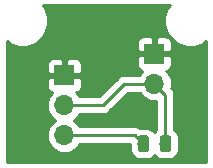
<source format=gbr>
G04 #@! TF.GenerationSoftware,KiCad,Pcbnew,(5.1.4)-1*
G04 #@! TF.CreationDate,2019-11-11T16:34:49-05:00*
G04 #@! TF.ProjectId,photodiode,70686f74-6f64-4696-9f64-652e6b696361,rev?*
G04 #@! TF.SameCoordinates,Original*
G04 #@! TF.FileFunction,Copper,L1,Top*
G04 #@! TF.FilePolarity,Positive*
%FSLAX46Y46*%
G04 Gerber Fmt 4.6, Leading zero omitted, Abs format (unit mm)*
G04 Created by KiCad (PCBNEW (5.1.4)-1) date 2019-11-11 16:34:49*
%MOMM*%
%LPD*%
G04 APERTURE LIST*
%ADD10R,1.700000X1.700000*%
%ADD11O,1.700000X1.700000*%
%ADD12C,0.100000*%
%ADD13C,0.975000*%
%ADD14C,0.800000*%
%ADD15C,0.250000*%
%ADD16C,0.254000*%
G04 APERTURE END LIST*
D10*
X111760000Y-69850000D03*
D11*
X111760000Y-72390000D03*
D10*
X104140000Y-71675001D03*
D11*
X104140000Y-74215001D03*
X104140000Y-76755001D03*
D12*
G36*
X111090142Y-76771174D02*
G01*
X111113803Y-76774684D01*
X111137007Y-76780496D01*
X111159529Y-76788554D01*
X111181153Y-76798782D01*
X111201670Y-76811079D01*
X111220883Y-76825329D01*
X111238607Y-76841393D01*
X111254671Y-76859117D01*
X111268921Y-76878330D01*
X111281218Y-76898847D01*
X111291446Y-76920471D01*
X111299504Y-76942993D01*
X111305316Y-76966197D01*
X111308826Y-76989858D01*
X111310000Y-77013750D01*
X111310000Y-77926250D01*
X111308826Y-77950142D01*
X111305316Y-77973803D01*
X111299504Y-77997007D01*
X111291446Y-78019529D01*
X111281218Y-78041153D01*
X111268921Y-78061670D01*
X111254671Y-78080883D01*
X111238607Y-78098607D01*
X111220883Y-78114671D01*
X111201670Y-78128921D01*
X111181153Y-78141218D01*
X111159529Y-78151446D01*
X111137007Y-78159504D01*
X111113803Y-78165316D01*
X111090142Y-78168826D01*
X111066250Y-78170000D01*
X110578750Y-78170000D01*
X110554858Y-78168826D01*
X110531197Y-78165316D01*
X110507993Y-78159504D01*
X110485471Y-78151446D01*
X110463847Y-78141218D01*
X110443330Y-78128921D01*
X110424117Y-78114671D01*
X110406393Y-78098607D01*
X110390329Y-78080883D01*
X110376079Y-78061670D01*
X110363782Y-78041153D01*
X110353554Y-78019529D01*
X110345496Y-77997007D01*
X110339684Y-77973803D01*
X110336174Y-77950142D01*
X110335000Y-77926250D01*
X110335000Y-77013750D01*
X110336174Y-76989858D01*
X110339684Y-76966197D01*
X110345496Y-76942993D01*
X110353554Y-76920471D01*
X110363782Y-76898847D01*
X110376079Y-76878330D01*
X110390329Y-76859117D01*
X110406393Y-76841393D01*
X110424117Y-76825329D01*
X110443330Y-76811079D01*
X110463847Y-76798782D01*
X110485471Y-76788554D01*
X110507993Y-76780496D01*
X110531197Y-76774684D01*
X110554858Y-76771174D01*
X110578750Y-76770000D01*
X111066250Y-76770000D01*
X111090142Y-76771174D01*
X111090142Y-76771174D01*
G37*
D13*
X110822500Y-77470000D03*
D12*
G36*
X112965142Y-76771174D02*
G01*
X112988803Y-76774684D01*
X113012007Y-76780496D01*
X113034529Y-76788554D01*
X113056153Y-76798782D01*
X113076670Y-76811079D01*
X113095883Y-76825329D01*
X113113607Y-76841393D01*
X113129671Y-76859117D01*
X113143921Y-76878330D01*
X113156218Y-76898847D01*
X113166446Y-76920471D01*
X113174504Y-76942993D01*
X113180316Y-76966197D01*
X113183826Y-76989858D01*
X113185000Y-77013750D01*
X113185000Y-77926250D01*
X113183826Y-77950142D01*
X113180316Y-77973803D01*
X113174504Y-77997007D01*
X113166446Y-78019529D01*
X113156218Y-78041153D01*
X113143921Y-78061670D01*
X113129671Y-78080883D01*
X113113607Y-78098607D01*
X113095883Y-78114671D01*
X113076670Y-78128921D01*
X113056153Y-78141218D01*
X113034529Y-78151446D01*
X113012007Y-78159504D01*
X112988803Y-78165316D01*
X112965142Y-78168826D01*
X112941250Y-78170000D01*
X112453750Y-78170000D01*
X112429858Y-78168826D01*
X112406197Y-78165316D01*
X112382993Y-78159504D01*
X112360471Y-78151446D01*
X112338847Y-78141218D01*
X112318330Y-78128921D01*
X112299117Y-78114671D01*
X112281393Y-78098607D01*
X112265329Y-78080883D01*
X112251079Y-78061670D01*
X112238782Y-78041153D01*
X112228554Y-78019529D01*
X112220496Y-77997007D01*
X112214684Y-77973803D01*
X112211174Y-77950142D01*
X112210000Y-77926250D01*
X112210000Y-77013750D01*
X112211174Y-76989858D01*
X112214684Y-76966197D01*
X112220496Y-76942993D01*
X112228554Y-76920471D01*
X112238782Y-76898847D01*
X112251079Y-76878330D01*
X112265329Y-76859117D01*
X112281393Y-76841393D01*
X112299117Y-76825329D01*
X112318330Y-76811079D01*
X112338847Y-76798782D01*
X112360471Y-76788554D01*
X112382993Y-76780496D01*
X112406197Y-76774684D01*
X112429858Y-76771174D01*
X112453750Y-76770000D01*
X112941250Y-76770000D01*
X112965142Y-76771174D01*
X112965142Y-76771174D01*
G37*
D13*
X112697500Y-77470000D03*
D14*
X109220000Y-74930000D03*
D15*
X104140000Y-70575001D02*
X104140000Y-71675001D01*
X104865001Y-69850000D02*
X104140000Y-70575001D01*
X111760000Y-69850000D02*
X104865001Y-69850000D01*
X112697500Y-73327500D02*
X111760000Y-72390000D01*
X112697500Y-77470000D02*
X112697500Y-73327500D01*
X107394999Y-74215001D02*
X104140000Y-74215001D01*
X111760000Y-72390000D02*
X109220000Y-72390000D01*
X109220000Y-72390000D02*
X107394999Y-74215001D01*
X110107501Y-76755001D02*
X110822500Y-77470000D01*
X104140000Y-76755001D02*
X110107501Y-76755001D01*
D16*
G36*
X112854544Y-66011856D02*
G01*
X112688377Y-66413019D01*
X112603666Y-66838892D01*
X112603666Y-67273108D01*
X112688377Y-67698981D01*
X112854544Y-68100144D01*
X113095782Y-68461181D01*
X113402819Y-68768218D01*
X113763856Y-69009456D01*
X114165019Y-69175623D01*
X114590892Y-69260334D01*
X115025108Y-69260334D01*
X115450981Y-69175623D01*
X115852144Y-69009456D01*
X116145000Y-68813775D01*
X116145001Y-79061000D01*
X99247000Y-79061000D01*
X99247000Y-74215001D01*
X102647815Y-74215001D01*
X102676487Y-74506112D01*
X102761401Y-74786035D01*
X102899294Y-75044015D01*
X103084866Y-75270135D01*
X103310986Y-75455707D01*
X103365791Y-75485001D01*
X103310986Y-75514295D01*
X103084866Y-75699867D01*
X102899294Y-75925987D01*
X102761401Y-76183967D01*
X102676487Y-76463890D01*
X102647815Y-76755001D01*
X102676487Y-77046112D01*
X102761401Y-77326035D01*
X102899294Y-77584015D01*
X103084866Y-77810135D01*
X103310986Y-77995707D01*
X103568966Y-78133600D01*
X103848889Y-78218514D01*
X104067050Y-78240001D01*
X104212950Y-78240001D01*
X104431111Y-78218514D01*
X104711034Y-78133600D01*
X104969014Y-77995707D01*
X105195134Y-77810135D01*
X105380706Y-77584015D01*
X105417595Y-77515001D01*
X109696928Y-77515001D01*
X109696928Y-77926250D01*
X109713872Y-78098285D01*
X109764053Y-78263709D01*
X109845542Y-78416164D01*
X109955208Y-78549792D01*
X110088836Y-78659458D01*
X110241291Y-78740947D01*
X110406715Y-78791128D01*
X110578750Y-78808072D01*
X111066250Y-78808072D01*
X111238285Y-78791128D01*
X111403709Y-78740947D01*
X111556164Y-78659458D01*
X111689792Y-78549792D01*
X111760000Y-78464244D01*
X111830208Y-78549792D01*
X111963836Y-78659458D01*
X112116291Y-78740947D01*
X112281715Y-78791128D01*
X112453750Y-78808072D01*
X112941250Y-78808072D01*
X113113285Y-78791128D01*
X113278709Y-78740947D01*
X113431164Y-78659458D01*
X113564792Y-78549792D01*
X113674458Y-78416164D01*
X113755947Y-78263709D01*
X113806128Y-78098285D01*
X113823072Y-77926250D01*
X113823072Y-77013750D01*
X113806128Y-76841715D01*
X113755947Y-76676291D01*
X113674458Y-76523836D01*
X113564792Y-76390208D01*
X113457500Y-76302155D01*
X113457500Y-73364822D01*
X113461176Y-73327499D01*
X113457500Y-73290176D01*
X113457500Y-73290167D01*
X113446503Y-73178514D01*
X113403046Y-73035253D01*
X113332474Y-72903224D01*
X113237501Y-72787499D01*
X113208503Y-72763701D01*
X113200797Y-72755995D01*
X113223513Y-72681111D01*
X113252185Y-72390000D01*
X113223513Y-72098889D01*
X113138599Y-71818966D01*
X113000706Y-71560986D01*
X112815134Y-71334866D01*
X112785313Y-71310393D01*
X112854180Y-71289502D01*
X112964494Y-71230537D01*
X113061185Y-71151185D01*
X113140537Y-71054494D01*
X113199502Y-70944180D01*
X113235812Y-70824482D01*
X113248072Y-70700000D01*
X113245000Y-70135750D01*
X113086250Y-69977000D01*
X111887000Y-69977000D01*
X111887000Y-69997000D01*
X111633000Y-69997000D01*
X111633000Y-69977000D01*
X110433750Y-69977000D01*
X110275000Y-70135750D01*
X110271928Y-70700000D01*
X110284188Y-70824482D01*
X110320498Y-70944180D01*
X110379463Y-71054494D01*
X110458815Y-71151185D01*
X110555506Y-71230537D01*
X110665820Y-71289502D01*
X110734687Y-71310393D01*
X110704866Y-71334866D01*
X110519294Y-71560986D01*
X110482405Y-71630000D01*
X109257322Y-71630000D01*
X109219999Y-71626324D01*
X109182676Y-71630000D01*
X109182667Y-71630000D01*
X109071014Y-71640997D01*
X108927753Y-71684454D01*
X108795724Y-71755026D01*
X108679999Y-71849999D01*
X108656201Y-71878997D01*
X107080198Y-73455001D01*
X105417595Y-73455001D01*
X105380706Y-73385987D01*
X105195134Y-73159867D01*
X105165313Y-73135394D01*
X105234180Y-73114503D01*
X105344494Y-73055538D01*
X105441185Y-72976186D01*
X105520537Y-72879495D01*
X105579502Y-72769181D01*
X105615812Y-72649483D01*
X105628072Y-72525001D01*
X105625000Y-71960751D01*
X105466250Y-71802001D01*
X104267000Y-71802001D01*
X104267000Y-71822001D01*
X104013000Y-71822001D01*
X104013000Y-71802001D01*
X102813750Y-71802001D01*
X102655000Y-71960751D01*
X102651928Y-72525001D01*
X102664188Y-72649483D01*
X102700498Y-72769181D01*
X102759463Y-72879495D01*
X102838815Y-72976186D01*
X102935506Y-73055538D01*
X103045820Y-73114503D01*
X103114687Y-73135394D01*
X103084866Y-73159867D01*
X102899294Y-73385987D01*
X102761401Y-73643967D01*
X102676487Y-73923890D01*
X102647815Y-74215001D01*
X99247000Y-74215001D01*
X99247000Y-70825001D01*
X102651928Y-70825001D01*
X102655000Y-71389251D01*
X102813750Y-71548001D01*
X104013000Y-71548001D01*
X104013000Y-70348751D01*
X104267000Y-70348751D01*
X104267000Y-71548001D01*
X105466250Y-71548001D01*
X105625000Y-71389251D01*
X105628072Y-70825001D01*
X105615812Y-70700519D01*
X105579502Y-70580821D01*
X105520537Y-70470507D01*
X105441185Y-70373816D01*
X105344494Y-70294464D01*
X105234180Y-70235499D01*
X105114482Y-70199189D01*
X104990000Y-70186929D01*
X104425750Y-70190001D01*
X104267000Y-70348751D01*
X104013000Y-70348751D01*
X103854250Y-70190001D01*
X103290000Y-70186929D01*
X103165518Y-70199189D01*
X103045820Y-70235499D01*
X102935506Y-70294464D01*
X102838815Y-70373816D01*
X102759463Y-70470507D01*
X102700498Y-70580821D01*
X102664188Y-70700519D01*
X102651928Y-70825001D01*
X99247000Y-70825001D01*
X99247000Y-68813775D01*
X99539856Y-69009456D01*
X99941019Y-69175623D01*
X100366892Y-69260334D01*
X100801108Y-69260334D01*
X101226981Y-69175623D01*
X101628144Y-69009456D01*
X101642295Y-69000000D01*
X110271928Y-69000000D01*
X110275000Y-69564250D01*
X110433750Y-69723000D01*
X111633000Y-69723000D01*
X111633000Y-68523750D01*
X111887000Y-68523750D01*
X111887000Y-69723000D01*
X113086250Y-69723000D01*
X113245000Y-69564250D01*
X113248072Y-69000000D01*
X113235812Y-68875518D01*
X113199502Y-68755820D01*
X113140537Y-68645506D01*
X113061185Y-68548815D01*
X112964494Y-68469463D01*
X112854180Y-68410498D01*
X112734482Y-68374188D01*
X112610000Y-68361928D01*
X112045750Y-68365000D01*
X111887000Y-68523750D01*
X111633000Y-68523750D01*
X111474250Y-68365000D01*
X110910000Y-68361928D01*
X110785518Y-68374188D01*
X110665820Y-68410498D01*
X110555506Y-68469463D01*
X110458815Y-68548815D01*
X110379463Y-68645506D01*
X110320498Y-68755820D01*
X110284188Y-68875518D01*
X110271928Y-69000000D01*
X101642295Y-69000000D01*
X101989181Y-68768218D01*
X102296218Y-68461181D01*
X102537456Y-68100144D01*
X102703623Y-67698981D01*
X102788334Y-67273108D01*
X102788334Y-66838892D01*
X102703623Y-66413019D01*
X102537456Y-66011856D01*
X102341775Y-65719000D01*
X113050225Y-65719000D01*
X112854544Y-66011856D01*
X112854544Y-66011856D01*
G37*
X112854544Y-66011856D02*
X112688377Y-66413019D01*
X112603666Y-66838892D01*
X112603666Y-67273108D01*
X112688377Y-67698981D01*
X112854544Y-68100144D01*
X113095782Y-68461181D01*
X113402819Y-68768218D01*
X113763856Y-69009456D01*
X114165019Y-69175623D01*
X114590892Y-69260334D01*
X115025108Y-69260334D01*
X115450981Y-69175623D01*
X115852144Y-69009456D01*
X116145000Y-68813775D01*
X116145001Y-79061000D01*
X99247000Y-79061000D01*
X99247000Y-74215001D01*
X102647815Y-74215001D01*
X102676487Y-74506112D01*
X102761401Y-74786035D01*
X102899294Y-75044015D01*
X103084866Y-75270135D01*
X103310986Y-75455707D01*
X103365791Y-75485001D01*
X103310986Y-75514295D01*
X103084866Y-75699867D01*
X102899294Y-75925987D01*
X102761401Y-76183967D01*
X102676487Y-76463890D01*
X102647815Y-76755001D01*
X102676487Y-77046112D01*
X102761401Y-77326035D01*
X102899294Y-77584015D01*
X103084866Y-77810135D01*
X103310986Y-77995707D01*
X103568966Y-78133600D01*
X103848889Y-78218514D01*
X104067050Y-78240001D01*
X104212950Y-78240001D01*
X104431111Y-78218514D01*
X104711034Y-78133600D01*
X104969014Y-77995707D01*
X105195134Y-77810135D01*
X105380706Y-77584015D01*
X105417595Y-77515001D01*
X109696928Y-77515001D01*
X109696928Y-77926250D01*
X109713872Y-78098285D01*
X109764053Y-78263709D01*
X109845542Y-78416164D01*
X109955208Y-78549792D01*
X110088836Y-78659458D01*
X110241291Y-78740947D01*
X110406715Y-78791128D01*
X110578750Y-78808072D01*
X111066250Y-78808072D01*
X111238285Y-78791128D01*
X111403709Y-78740947D01*
X111556164Y-78659458D01*
X111689792Y-78549792D01*
X111760000Y-78464244D01*
X111830208Y-78549792D01*
X111963836Y-78659458D01*
X112116291Y-78740947D01*
X112281715Y-78791128D01*
X112453750Y-78808072D01*
X112941250Y-78808072D01*
X113113285Y-78791128D01*
X113278709Y-78740947D01*
X113431164Y-78659458D01*
X113564792Y-78549792D01*
X113674458Y-78416164D01*
X113755947Y-78263709D01*
X113806128Y-78098285D01*
X113823072Y-77926250D01*
X113823072Y-77013750D01*
X113806128Y-76841715D01*
X113755947Y-76676291D01*
X113674458Y-76523836D01*
X113564792Y-76390208D01*
X113457500Y-76302155D01*
X113457500Y-73364822D01*
X113461176Y-73327499D01*
X113457500Y-73290176D01*
X113457500Y-73290167D01*
X113446503Y-73178514D01*
X113403046Y-73035253D01*
X113332474Y-72903224D01*
X113237501Y-72787499D01*
X113208503Y-72763701D01*
X113200797Y-72755995D01*
X113223513Y-72681111D01*
X113252185Y-72390000D01*
X113223513Y-72098889D01*
X113138599Y-71818966D01*
X113000706Y-71560986D01*
X112815134Y-71334866D01*
X112785313Y-71310393D01*
X112854180Y-71289502D01*
X112964494Y-71230537D01*
X113061185Y-71151185D01*
X113140537Y-71054494D01*
X113199502Y-70944180D01*
X113235812Y-70824482D01*
X113248072Y-70700000D01*
X113245000Y-70135750D01*
X113086250Y-69977000D01*
X111887000Y-69977000D01*
X111887000Y-69997000D01*
X111633000Y-69997000D01*
X111633000Y-69977000D01*
X110433750Y-69977000D01*
X110275000Y-70135750D01*
X110271928Y-70700000D01*
X110284188Y-70824482D01*
X110320498Y-70944180D01*
X110379463Y-71054494D01*
X110458815Y-71151185D01*
X110555506Y-71230537D01*
X110665820Y-71289502D01*
X110734687Y-71310393D01*
X110704866Y-71334866D01*
X110519294Y-71560986D01*
X110482405Y-71630000D01*
X109257322Y-71630000D01*
X109219999Y-71626324D01*
X109182676Y-71630000D01*
X109182667Y-71630000D01*
X109071014Y-71640997D01*
X108927753Y-71684454D01*
X108795724Y-71755026D01*
X108679999Y-71849999D01*
X108656201Y-71878997D01*
X107080198Y-73455001D01*
X105417595Y-73455001D01*
X105380706Y-73385987D01*
X105195134Y-73159867D01*
X105165313Y-73135394D01*
X105234180Y-73114503D01*
X105344494Y-73055538D01*
X105441185Y-72976186D01*
X105520537Y-72879495D01*
X105579502Y-72769181D01*
X105615812Y-72649483D01*
X105628072Y-72525001D01*
X105625000Y-71960751D01*
X105466250Y-71802001D01*
X104267000Y-71802001D01*
X104267000Y-71822001D01*
X104013000Y-71822001D01*
X104013000Y-71802001D01*
X102813750Y-71802001D01*
X102655000Y-71960751D01*
X102651928Y-72525001D01*
X102664188Y-72649483D01*
X102700498Y-72769181D01*
X102759463Y-72879495D01*
X102838815Y-72976186D01*
X102935506Y-73055538D01*
X103045820Y-73114503D01*
X103114687Y-73135394D01*
X103084866Y-73159867D01*
X102899294Y-73385987D01*
X102761401Y-73643967D01*
X102676487Y-73923890D01*
X102647815Y-74215001D01*
X99247000Y-74215001D01*
X99247000Y-70825001D01*
X102651928Y-70825001D01*
X102655000Y-71389251D01*
X102813750Y-71548001D01*
X104013000Y-71548001D01*
X104013000Y-70348751D01*
X104267000Y-70348751D01*
X104267000Y-71548001D01*
X105466250Y-71548001D01*
X105625000Y-71389251D01*
X105628072Y-70825001D01*
X105615812Y-70700519D01*
X105579502Y-70580821D01*
X105520537Y-70470507D01*
X105441185Y-70373816D01*
X105344494Y-70294464D01*
X105234180Y-70235499D01*
X105114482Y-70199189D01*
X104990000Y-70186929D01*
X104425750Y-70190001D01*
X104267000Y-70348751D01*
X104013000Y-70348751D01*
X103854250Y-70190001D01*
X103290000Y-70186929D01*
X103165518Y-70199189D01*
X103045820Y-70235499D01*
X102935506Y-70294464D01*
X102838815Y-70373816D01*
X102759463Y-70470507D01*
X102700498Y-70580821D01*
X102664188Y-70700519D01*
X102651928Y-70825001D01*
X99247000Y-70825001D01*
X99247000Y-68813775D01*
X99539856Y-69009456D01*
X99941019Y-69175623D01*
X100366892Y-69260334D01*
X100801108Y-69260334D01*
X101226981Y-69175623D01*
X101628144Y-69009456D01*
X101642295Y-69000000D01*
X110271928Y-69000000D01*
X110275000Y-69564250D01*
X110433750Y-69723000D01*
X111633000Y-69723000D01*
X111633000Y-68523750D01*
X111887000Y-68523750D01*
X111887000Y-69723000D01*
X113086250Y-69723000D01*
X113245000Y-69564250D01*
X113248072Y-69000000D01*
X113235812Y-68875518D01*
X113199502Y-68755820D01*
X113140537Y-68645506D01*
X113061185Y-68548815D01*
X112964494Y-68469463D01*
X112854180Y-68410498D01*
X112734482Y-68374188D01*
X112610000Y-68361928D01*
X112045750Y-68365000D01*
X111887000Y-68523750D01*
X111633000Y-68523750D01*
X111474250Y-68365000D01*
X110910000Y-68361928D01*
X110785518Y-68374188D01*
X110665820Y-68410498D01*
X110555506Y-68469463D01*
X110458815Y-68548815D01*
X110379463Y-68645506D01*
X110320498Y-68755820D01*
X110284188Y-68875518D01*
X110271928Y-69000000D01*
X101642295Y-69000000D01*
X101989181Y-68768218D01*
X102296218Y-68461181D01*
X102537456Y-68100144D01*
X102703623Y-67698981D01*
X102788334Y-67273108D01*
X102788334Y-66838892D01*
X102703623Y-66413019D01*
X102537456Y-66011856D01*
X102341775Y-65719000D01*
X113050225Y-65719000D01*
X112854544Y-66011856D01*
G36*
X110519294Y-73219014D02*
G01*
X110704866Y-73445134D01*
X110930986Y-73630706D01*
X111188966Y-73768599D01*
X111468889Y-73853513D01*
X111687050Y-73875000D01*
X111832950Y-73875000D01*
X111937501Y-73864703D01*
X111937500Y-76302155D01*
X111830208Y-76390208D01*
X111760000Y-76475756D01*
X111689792Y-76390208D01*
X111556164Y-76280542D01*
X111403709Y-76199053D01*
X111238285Y-76148872D01*
X111066250Y-76131928D01*
X110578750Y-76131928D01*
X110549758Y-76134783D01*
X110531777Y-76120027D01*
X110399748Y-76049455D01*
X110256487Y-76005998D01*
X110144834Y-75995001D01*
X110144823Y-75995001D01*
X110107501Y-75991325D01*
X110070179Y-75995001D01*
X105417595Y-75995001D01*
X105380706Y-75925987D01*
X105195134Y-75699867D01*
X104969014Y-75514295D01*
X104914209Y-75485001D01*
X104969014Y-75455707D01*
X105195134Y-75270135D01*
X105380706Y-75044015D01*
X105417595Y-74975001D01*
X107357677Y-74975001D01*
X107394999Y-74978677D01*
X107432321Y-74975001D01*
X107432332Y-74975001D01*
X107543985Y-74964004D01*
X107687246Y-74920547D01*
X107819275Y-74849975D01*
X107935000Y-74755002D01*
X107958803Y-74725998D01*
X109534802Y-73150000D01*
X110482405Y-73150000D01*
X110519294Y-73219014D01*
X110519294Y-73219014D01*
G37*
X110519294Y-73219014D02*
X110704866Y-73445134D01*
X110930986Y-73630706D01*
X111188966Y-73768599D01*
X111468889Y-73853513D01*
X111687050Y-73875000D01*
X111832950Y-73875000D01*
X111937501Y-73864703D01*
X111937500Y-76302155D01*
X111830208Y-76390208D01*
X111760000Y-76475756D01*
X111689792Y-76390208D01*
X111556164Y-76280542D01*
X111403709Y-76199053D01*
X111238285Y-76148872D01*
X111066250Y-76131928D01*
X110578750Y-76131928D01*
X110549758Y-76134783D01*
X110531777Y-76120027D01*
X110399748Y-76049455D01*
X110256487Y-76005998D01*
X110144834Y-75995001D01*
X110144823Y-75995001D01*
X110107501Y-75991325D01*
X110070179Y-75995001D01*
X105417595Y-75995001D01*
X105380706Y-75925987D01*
X105195134Y-75699867D01*
X104969014Y-75514295D01*
X104914209Y-75485001D01*
X104969014Y-75455707D01*
X105195134Y-75270135D01*
X105380706Y-75044015D01*
X105417595Y-74975001D01*
X107357677Y-74975001D01*
X107394999Y-74978677D01*
X107432321Y-74975001D01*
X107432332Y-74975001D01*
X107543985Y-74964004D01*
X107687246Y-74920547D01*
X107819275Y-74849975D01*
X107935000Y-74755002D01*
X107958803Y-74725998D01*
X109534802Y-73150000D01*
X110482405Y-73150000D01*
X110519294Y-73219014D01*
M02*

</source>
